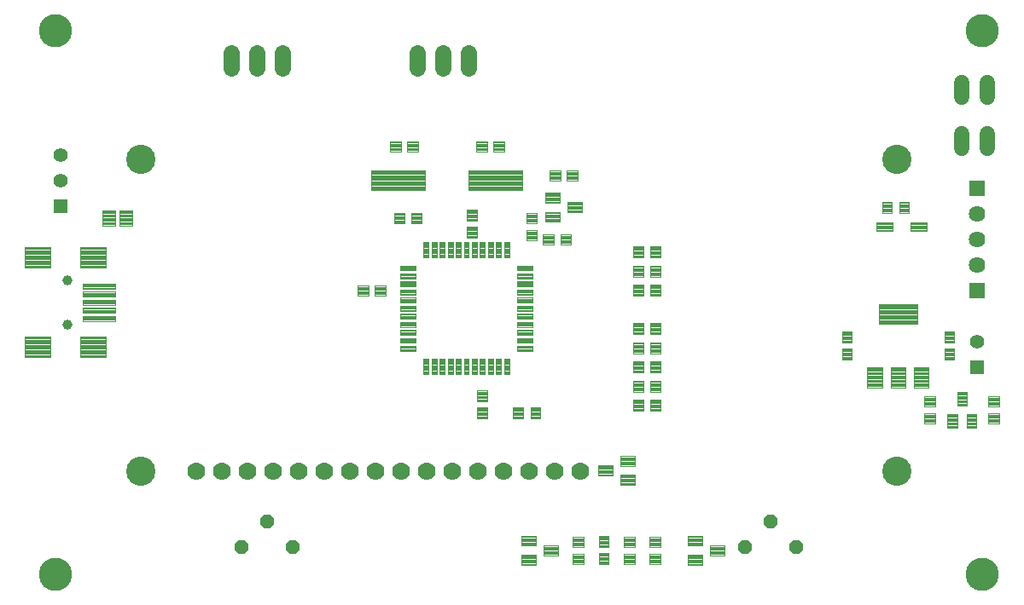
<source format=gts>
G75*
G70*
%OFA0B0*%
%FSLAX24Y24*%
%IPPOS*%
%LPD*%
%AMOC8*
5,1,8,0,0,1.08239X$1,22.5*
%
%ADD10C,0.0040*%
%ADD11C,0.0043*%
%ADD12R,0.0640X0.0640*%
%ADD13C,0.0640*%
%ADD14C,0.0041*%
%ADD15C,0.0394*%
%ADD16C,0.0044*%
%ADD17R,0.0555X0.0555*%
%ADD18C,0.0555*%
%ADD19OC8,0.0560*%
%ADD20C,0.0040*%
%ADD21C,0.1142*%
%ADD22C,0.0700*%
%ADD23C,0.0043*%
%ADD24C,0.0600*%
%ADD25C,0.1300*%
%ADD26C,0.0640*%
D10*
X022560Y013200D02*
X022560Y013790D01*
X022560Y013200D02*
X022364Y013200D01*
X022364Y013790D01*
X022560Y013790D01*
X022560Y013239D02*
X022364Y013239D01*
X022364Y013278D02*
X022560Y013278D01*
X022560Y013317D02*
X022364Y013317D01*
X022364Y013356D02*
X022560Y013356D01*
X022560Y013395D02*
X022364Y013395D01*
X022364Y013434D02*
X022560Y013434D01*
X022560Y013473D02*
X022364Y013473D01*
X022364Y013512D02*
X022560Y013512D01*
X022560Y013551D02*
X022364Y013551D01*
X022364Y013590D02*
X022560Y013590D01*
X022560Y013629D02*
X022364Y013629D01*
X022364Y013668D02*
X022560Y013668D01*
X022560Y013707D02*
X022364Y013707D01*
X022364Y013746D02*
X022560Y013746D01*
X022560Y013785D02*
X022364Y013785D01*
X022875Y013790D02*
X022875Y013200D01*
X022679Y013200D01*
X022679Y013790D01*
X022875Y013790D01*
X022875Y013239D02*
X022679Y013239D01*
X022679Y013278D02*
X022875Y013278D01*
X022875Y013317D02*
X022679Y013317D01*
X022679Y013356D02*
X022875Y013356D01*
X022875Y013395D02*
X022679Y013395D01*
X022679Y013434D02*
X022875Y013434D01*
X022875Y013473D02*
X022679Y013473D01*
X022679Y013512D02*
X022875Y013512D01*
X022875Y013551D02*
X022679Y013551D01*
X022679Y013590D02*
X022875Y013590D01*
X022875Y013629D02*
X022679Y013629D01*
X022679Y013668D02*
X022875Y013668D01*
X022875Y013707D02*
X022679Y013707D01*
X022679Y013746D02*
X022875Y013746D01*
X022875Y013785D02*
X022679Y013785D01*
X023190Y013790D02*
X023190Y013200D01*
X022994Y013200D01*
X022994Y013790D01*
X023190Y013790D01*
X023190Y013239D02*
X022994Y013239D01*
X022994Y013278D02*
X023190Y013278D01*
X023190Y013317D02*
X022994Y013317D01*
X022994Y013356D02*
X023190Y013356D01*
X023190Y013395D02*
X022994Y013395D01*
X022994Y013434D02*
X023190Y013434D01*
X023190Y013473D02*
X022994Y013473D01*
X022994Y013512D02*
X023190Y013512D01*
X023190Y013551D02*
X022994Y013551D01*
X022994Y013590D02*
X023190Y013590D01*
X023190Y013629D02*
X022994Y013629D01*
X022994Y013668D02*
X023190Y013668D01*
X023190Y013707D02*
X022994Y013707D01*
X022994Y013746D02*
X023190Y013746D01*
X023190Y013785D02*
X022994Y013785D01*
X023505Y013790D02*
X023505Y013200D01*
X023309Y013200D01*
X023309Y013790D01*
X023505Y013790D01*
X023505Y013239D02*
X023309Y013239D01*
X023309Y013278D02*
X023505Y013278D01*
X023505Y013317D02*
X023309Y013317D01*
X023309Y013356D02*
X023505Y013356D01*
X023505Y013395D02*
X023309Y013395D01*
X023309Y013434D02*
X023505Y013434D01*
X023505Y013473D02*
X023309Y013473D01*
X023309Y013512D02*
X023505Y013512D01*
X023505Y013551D02*
X023309Y013551D01*
X023309Y013590D02*
X023505Y013590D01*
X023505Y013629D02*
X023309Y013629D01*
X023309Y013668D02*
X023505Y013668D01*
X023505Y013707D02*
X023309Y013707D01*
X023309Y013746D02*
X023505Y013746D01*
X023505Y013785D02*
X023309Y013785D01*
X023820Y013790D02*
X023820Y013200D01*
X023624Y013200D01*
X023624Y013790D01*
X023820Y013790D01*
X023820Y013239D02*
X023624Y013239D01*
X023624Y013278D02*
X023820Y013278D01*
X023820Y013317D02*
X023624Y013317D01*
X023624Y013356D02*
X023820Y013356D01*
X023820Y013395D02*
X023624Y013395D01*
X023624Y013434D02*
X023820Y013434D01*
X023820Y013473D02*
X023624Y013473D01*
X023624Y013512D02*
X023820Y013512D01*
X023820Y013551D02*
X023624Y013551D01*
X023624Y013590D02*
X023820Y013590D01*
X023820Y013629D02*
X023624Y013629D01*
X023624Y013668D02*
X023820Y013668D01*
X023820Y013707D02*
X023624Y013707D01*
X023624Y013746D02*
X023820Y013746D01*
X023820Y013785D02*
X023624Y013785D01*
X024135Y013790D02*
X024135Y013200D01*
X023939Y013200D01*
X023939Y013790D01*
X024135Y013790D01*
X024135Y013239D02*
X023939Y013239D01*
X023939Y013278D02*
X024135Y013278D01*
X024135Y013317D02*
X023939Y013317D01*
X023939Y013356D02*
X024135Y013356D01*
X024135Y013395D02*
X023939Y013395D01*
X023939Y013434D02*
X024135Y013434D01*
X024135Y013473D02*
X023939Y013473D01*
X023939Y013512D02*
X024135Y013512D01*
X024135Y013551D02*
X023939Y013551D01*
X023939Y013590D02*
X024135Y013590D01*
X024135Y013629D02*
X023939Y013629D01*
X023939Y013668D02*
X024135Y013668D01*
X024135Y013707D02*
X023939Y013707D01*
X023939Y013746D02*
X024135Y013746D01*
X024135Y013785D02*
X023939Y013785D01*
X024450Y013790D02*
X024450Y013200D01*
X024254Y013200D01*
X024254Y013790D01*
X024450Y013790D01*
X024450Y013239D02*
X024254Y013239D01*
X024254Y013278D02*
X024450Y013278D01*
X024450Y013317D02*
X024254Y013317D01*
X024254Y013356D02*
X024450Y013356D01*
X024450Y013395D02*
X024254Y013395D01*
X024254Y013434D02*
X024450Y013434D01*
X024450Y013473D02*
X024254Y013473D01*
X024254Y013512D02*
X024450Y013512D01*
X024450Y013551D02*
X024254Y013551D01*
X024254Y013590D02*
X024450Y013590D01*
X024450Y013629D02*
X024254Y013629D01*
X024254Y013668D02*
X024450Y013668D01*
X024450Y013707D02*
X024254Y013707D01*
X024254Y013746D02*
X024450Y013746D01*
X024450Y013785D02*
X024254Y013785D01*
X024765Y013790D02*
X024765Y013200D01*
X024569Y013200D01*
X024569Y013790D01*
X024765Y013790D01*
X024765Y013239D02*
X024569Y013239D01*
X024569Y013278D02*
X024765Y013278D01*
X024765Y013317D02*
X024569Y013317D01*
X024569Y013356D02*
X024765Y013356D01*
X024765Y013395D02*
X024569Y013395D01*
X024569Y013434D02*
X024765Y013434D01*
X024765Y013473D02*
X024569Y013473D01*
X024569Y013512D02*
X024765Y013512D01*
X024765Y013551D02*
X024569Y013551D01*
X024569Y013590D02*
X024765Y013590D01*
X024765Y013629D02*
X024569Y013629D01*
X024569Y013668D02*
X024765Y013668D01*
X024765Y013707D02*
X024569Y013707D01*
X024569Y013746D02*
X024765Y013746D01*
X024765Y013785D02*
X024569Y013785D01*
X025080Y013790D02*
X025080Y013200D01*
X024884Y013200D01*
X024884Y013790D01*
X025080Y013790D01*
X025080Y013239D02*
X024884Y013239D01*
X024884Y013278D02*
X025080Y013278D01*
X025080Y013317D02*
X024884Y013317D01*
X024884Y013356D02*
X025080Y013356D01*
X025080Y013395D02*
X024884Y013395D01*
X024884Y013434D02*
X025080Y013434D01*
X025080Y013473D02*
X024884Y013473D01*
X024884Y013512D02*
X025080Y013512D01*
X025080Y013551D02*
X024884Y013551D01*
X024884Y013590D02*
X025080Y013590D01*
X025080Y013629D02*
X024884Y013629D01*
X024884Y013668D02*
X025080Y013668D01*
X025080Y013707D02*
X024884Y013707D01*
X024884Y013746D02*
X025080Y013746D01*
X025080Y013785D02*
X024884Y013785D01*
X025395Y013790D02*
X025395Y013200D01*
X025199Y013200D01*
X025199Y013790D01*
X025395Y013790D01*
X025395Y013239D02*
X025199Y013239D01*
X025199Y013278D02*
X025395Y013278D01*
X025395Y013317D02*
X025199Y013317D01*
X025199Y013356D02*
X025395Y013356D01*
X025395Y013395D02*
X025199Y013395D01*
X025199Y013434D02*
X025395Y013434D01*
X025395Y013473D02*
X025199Y013473D01*
X025199Y013512D02*
X025395Y013512D01*
X025395Y013551D02*
X025199Y013551D01*
X025199Y013590D02*
X025395Y013590D01*
X025395Y013629D02*
X025199Y013629D01*
X025199Y013668D02*
X025395Y013668D01*
X025395Y013707D02*
X025199Y013707D01*
X025199Y013746D02*
X025395Y013746D01*
X025395Y013785D02*
X025199Y013785D01*
X025710Y013790D02*
X025710Y013200D01*
X025514Y013200D01*
X025514Y013790D01*
X025710Y013790D01*
X025710Y013239D02*
X025514Y013239D01*
X025514Y013278D02*
X025710Y013278D01*
X025710Y013317D02*
X025514Y013317D01*
X025514Y013356D02*
X025710Y013356D01*
X025710Y013395D02*
X025514Y013395D01*
X025514Y013434D02*
X025710Y013434D01*
X025710Y013473D02*
X025514Y013473D01*
X025514Y013512D02*
X025710Y013512D01*
X025710Y013551D02*
X025514Y013551D01*
X025514Y013590D02*
X025710Y013590D01*
X025710Y013629D02*
X025514Y013629D01*
X025514Y013668D02*
X025710Y013668D01*
X025710Y013707D02*
X025514Y013707D01*
X025514Y013746D02*
X025710Y013746D01*
X025710Y013785D02*
X025514Y013785D01*
X026615Y014106D02*
X026615Y014302D01*
X026615Y014106D02*
X026025Y014106D01*
X026025Y014302D01*
X026615Y014302D01*
X026615Y014145D02*
X026025Y014145D01*
X026025Y014184D02*
X026615Y014184D01*
X026615Y014223D02*
X026025Y014223D01*
X026025Y014262D02*
X026615Y014262D01*
X026615Y014301D02*
X026025Y014301D01*
X026615Y014421D02*
X026615Y014617D01*
X026615Y014421D02*
X026025Y014421D01*
X026025Y014617D01*
X026615Y014617D01*
X026615Y014460D02*
X026025Y014460D01*
X026025Y014499D02*
X026615Y014499D01*
X026615Y014538D02*
X026025Y014538D01*
X026025Y014577D02*
X026615Y014577D01*
X026615Y014616D02*
X026025Y014616D01*
X026615Y014736D02*
X026615Y014932D01*
X026615Y014736D02*
X026025Y014736D01*
X026025Y014932D01*
X026615Y014932D01*
X026615Y014775D02*
X026025Y014775D01*
X026025Y014814D02*
X026615Y014814D01*
X026615Y014853D02*
X026025Y014853D01*
X026025Y014892D02*
X026615Y014892D01*
X026615Y014931D02*
X026025Y014931D01*
X026615Y015051D02*
X026615Y015247D01*
X026615Y015051D02*
X026025Y015051D01*
X026025Y015247D01*
X026615Y015247D01*
X026615Y015090D02*
X026025Y015090D01*
X026025Y015129D02*
X026615Y015129D01*
X026615Y015168D02*
X026025Y015168D01*
X026025Y015207D02*
X026615Y015207D01*
X026615Y015246D02*
X026025Y015246D01*
X026615Y015366D02*
X026615Y015562D01*
X026615Y015366D02*
X026025Y015366D01*
X026025Y015562D01*
X026615Y015562D01*
X026615Y015405D02*
X026025Y015405D01*
X026025Y015444D02*
X026615Y015444D01*
X026615Y015483D02*
X026025Y015483D01*
X026025Y015522D02*
X026615Y015522D01*
X026615Y015561D02*
X026025Y015561D01*
X026615Y015680D02*
X026615Y015876D01*
X026615Y015680D02*
X026025Y015680D01*
X026025Y015876D01*
X026615Y015876D01*
X026615Y015719D02*
X026025Y015719D01*
X026025Y015758D02*
X026615Y015758D01*
X026615Y015797D02*
X026025Y015797D01*
X026025Y015836D02*
X026615Y015836D01*
X026615Y015875D02*
X026025Y015875D01*
X026615Y015995D02*
X026615Y016191D01*
X026615Y015995D02*
X026025Y015995D01*
X026025Y016191D01*
X026615Y016191D01*
X026615Y016034D02*
X026025Y016034D01*
X026025Y016073D02*
X026615Y016073D01*
X026615Y016112D02*
X026025Y016112D01*
X026025Y016151D02*
X026615Y016151D01*
X026615Y016190D02*
X026025Y016190D01*
X026615Y016310D02*
X026615Y016506D01*
X026615Y016310D02*
X026025Y016310D01*
X026025Y016506D01*
X026615Y016506D01*
X026615Y016349D02*
X026025Y016349D01*
X026025Y016388D02*
X026615Y016388D01*
X026615Y016427D02*
X026025Y016427D01*
X026025Y016466D02*
X026615Y016466D01*
X026615Y016505D02*
X026025Y016505D01*
X026615Y016625D02*
X026615Y016821D01*
X026615Y016625D02*
X026025Y016625D01*
X026025Y016821D01*
X026615Y016821D01*
X026615Y016664D02*
X026025Y016664D01*
X026025Y016703D02*
X026615Y016703D01*
X026615Y016742D02*
X026025Y016742D01*
X026025Y016781D02*
X026615Y016781D01*
X026615Y016820D02*
X026025Y016820D01*
X026615Y016940D02*
X026615Y017136D01*
X026615Y016940D02*
X026025Y016940D01*
X026025Y017136D01*
X026615Y017136D01*
X026615Y016979D02*
X026025Y016979D01*
X026025Y017018D02*
X026615Y017018D01*
X026615Y017057D02*
X026025Y017057D01*
X026025Y017096D02*
X026615Y017096D01*
X026615Y017135D02*
X026025Y017135D01*
X026615Y017255D02*
X026615Y017451D01*
X026615Y017255D02*
X026025Y017255D01*
X026025Y017451D01*
X026615Y017451D01*
X026615Y017294D02*
X026025Y017294D01*
X026025Y017333D02*
X026615Y017333D01*
X026615Y017372D02*
X026025Y017372D01*
X026025Y017411D02*
X026615Y017411D01*
X026615Y017450D02*
X026025Y017450D01*
X025710Y017767D02*
X025710Y018357D01*
X025710Y017767D02*
X025514Y017767D01*
X025514Y018357D01*
X025710Y018357D01*
X025710Y017806D02*
X025514Y017806D01*
X025514Y017845D02*
X025710Y017845D01*
X025710Y017884D02*
X025514Y017884D01*
X025514Y017923D02*
X025710Y017923D01*
X025710Y017962D02*
X025514Y017962D01*
X025514Y018001D02*
X025710Y018001D01*
X025710Y018040D02*
X025514Y018040D01*
X025514Y018079D02*
X025710Y018079D01*
X025710Y018118D02*
X025514Y018118D01*
X025514Y018157D02*
X025710Y018157D01*
X025710Y018196D02*
X025514Y018196D01*
X025514Y018235D02*
X025710Y018235D01*
X025710Y018274D02*
X025514Y018274D01*
X025514Y018313D02*
X025710Y018313D01*
X025710Y018352D02*
X025514Y018352D01*
X025395Y018357D02*
X025395Y017767D01*
X025199Y017767D01*
X025199Y018357D01*
X025395Y018357D01*
X025395Y017806D02*
X025199Y017806D01*
X025199Y017845D02*
X025395Y017845D01*
X025395Y017884D02*
X025199Y017884D01*
X025199Y017923D02*
X025395Y017923D01*
X025395Y017962D02*
X025199Y017962D01*
X025199Y018001D02*
X025395Y018001D01*
X025395Y018040D02*
X025199Y018040D01*
X025199Y018079D02*
X025395Y018079D01*
X025395Y018118D02*
X025199Y018118D01*
X025199Y018157D02*
X025395Y018157D01*
X025395Y018196D02*
X025199Y018196D01*
X025199Y018235D02*
X025395Y018235D01*
X025395Y018274D02*
X025199Y018274D01*
X025199Y018313D02*
X025395Y018313D01*
X025395Y018352D02*
X025199Y018352D01*
X025080Y018357D02*
X025080Y017767D01*
X024884Y017767D01*
X024884Y018357D01*
X025080Y018357D01*
X025080Y017806D02*
X024884Y017806D01*
X024884Y017845D02*
X025080Y017845D01*
X025080Y017884D02*
X024884Y017884D01*
X024884Y017923D02*
X025080Y017923D01*
X025080Y017962D02*
X024884Y017962D01*
X024884Y018001D02*
X025080Y018001D01*
X025080Y018040D02*
X024884Y018040D01*
X024884Y018079D02*
X025080Y018079D01*
X025080Y018118D02*
X024884Y018118D01*
X024884Y018157D02*
X025080Y018157D01*
X025080Y018196D02*
X024884Y018196D01*
X024884Y018235D02*
X025080Y018235D01*
X025080Y018274D02*
X024884Y018274D01*
X024884Y018313D02*
X025080Y018313D01*
X025080Y018352D02*
X024884Y018352D01*
X024765Y018357D02*
X024765Y017767D01*
X024569Y017767D01*
X024569Y018357D01*
X024765Y018357D01*
X024765Y017806D02*
X024569Y017806D01*
X024569Y017845D02*
X024765Y017845D01*
X024765Y017884D02*
X024569Y017884D01*
X024569Y017923D02*
X024765Y017923D01*
X024765Y017962D02*
X024569Y017962D01*
X024569Y018001D02*
X024765Y018001D01*
X024765Y018040D02*
X024569Y018040D01*
X024569Y018079D02*
X024765Y018079D01*
X024765Y018118D02*
X024569Y018118D01*
X024569Y018157D02*
X024765Y018157D01*
X024765Y018196D02*
X024569Y018196D01*
X024569Y018235D02*
X024765Y018235D01*
X024765Y018274D02*
X024569Y018274D01*
X024569Y018313D02*
X024765Y018313D01*
X024765Y018352D02*
X024569Y018352D01*
X024450Y018357D02*
X024450Y017767D01*
X024254Y017767D01*
X024254Y018357D01*
X024450Y018357D01*
X024450Y017806D02*
X024254Y017806D01*
X024254Y017845D02*
X024450Y017845D01*
X024450Y017884D02*
X024254Y017884D01*
X024254Y017923D02*
X024450Y017923D01*
X024450Y017962D02*
X024254Y017962D01*
X024254Y018001D02*
X024450Y018001D01*
X024450Y018040D02*
X024254Y018040D01*
X024254Y018079D02*
X024450Y018079D01*
X024450Y018118D02*
X024254Y018118D01*
X024254Y018157D02*
X024450Y018157D01*
X024450Y018196D02*
X024254Y018196D01*
X024254Y018235D02*
X024450Y018235D01*
X024450Y018274D02*
X024254Y018274D01*
X024254Y018313D02*
X024450Y018313D01*
X024450Y018352D02*
X024254Y018352D01*
X024135Y018357D02*
X024135Y017767D01*
X023939Y017767D01*
X023939Y018357D01*
X024135Y018357D01*
X024135Y017806D02*
X023939Y017806D01*
X023939Y017845D02*
X024135Y017845D01*
X024135Y017884D02*
X023939Y017884D01*
X023939Y017923D02*
X024135Y017923D01*
X024135Y017962D02*
X023939Y017962D01*
X023939Y018001D02*
X024135Y018001D01*
X024135Y018040D02*
X023939Y018040D01*
X023939Y018079D02*
X024135Y018079D01*
X024135Y018118D02*
X023939Y018118D01*
X023939Y018157D02*
X024135Y018157D01*
X024135Y018196D02*
X023939Y018196D01*
X023939Y018235D02*
X024135Y018235D01*
X024135Y018274D02*
X023939Y018274D01*
X023939Y018313D02*
X024135Y018313D01*
X024135Y018352D02*
X023939Y018352D01*
X023820Y018357D02*
X023820Y017767D01*
X023624Y017767D01*
X023624Y018357D01*
X023820Y018357D01*
X023820Y017806D02*
X023624Y017806D01*
X023624Y017845D02*
X023820Y017845D01*
X023820Y017884D02*
X023624Y017884D01*
X023624Y017923D02*
X023820Y017923D01*
X023820Y017962D02*
X023624Y017962D01*
X023624Y018001D02*
X023820Y018001D01*
X023820Y018040D02*
X023624Y018040D01*
X023624Y018079D02*
X023820Y018079D01*
X023820Y018118D02*
X023624Y018118D01*
X023624Y018157D02*
X023820Y018157D01*
X023820Y018196D02*
X023624Y018196D01*
X023624Y018235D02*
X023820Y018235D01*
X023820Y018274D02*
X023624Y018274D01*
X023624Y018313D02*
X023820Y018313D01*
X023820Y018352D02*
X023624Y018352D01*
X023505Y018357D02*
X023505Y017767D01*
X023309Y017767D01*
X023309Y018357D01*
X023505Y018357D01*
X023505Y017806D02*
X023309Y017806D01*
X023309Y017845D02*
X023505Y017845D01*
X023505Y017884D02*
X023309Y017884D01*
X023309Y017923D02*
X023505Y017923D01*
X023505Y017962D02*
X023309Y017962D01*
X023309Y018001D02*
X023505Y018001D01*
X023505Y018040D02*
X023309Y018040D01*
X023309Y018079D02*
X023505Y018079D01*
X023505Y018118D02*
X023309Y018118D01*
X023309Y018157D02*
X023505Y018157D01*
X023505Y018196D02*
X023309Y018196D01*
X023309Y018235D02*
X023505Y018235D01*
X023505Y018274D02*
X023309Y018274D01*
X023309Y018313D02*
X023505Y018313D01*
X023505Y018352D02*
X023309Y018352D01*
X023190Y018357D02*
X023190Y017767D01*
X022994Y017767D01*
X022994Y018357D01*
X023190Y018357D01*
X023190Y017806D02*
X022994Y017806D01*
X022994Y017845D02*
X023190Y017845D01*
X023190Y017884D02*
X022994Y017884D01*
X022994Y017923D02*
X023190Y017923D01*
X023190Y017962D02*
X022994Y017962D01*
X022994Y018001D02*
X023190Y018001D01*
X023190Y018040D02*
X022994Y018040D01*
X022994Y018079D02*
X023190Y018079D01*
X023190Y018118D02*
X022994Y018118D01*
X022994Y018157D02*
X023190Y018157D01*
X023190Y018196D02*
X022994Y018196D01*
X022994Y018235D02*
X023190Y018235D01*
X023190Y018274D02*
X022994Y018274D01*
X022994Y018313D02*
X023190Y018313D01*
X023190Y018352D02*
X022994Y018352D01*
X022875Y018357D02*
X022875Y017767D01*
X022679Y017767D01*
X022679Y018357D01*
X022875Y018357D01*
X022875Y017806D02*
X022679Y017806D01*
X022679Y017845D02*
X022875Y017845D01*
X022875Y017884D02*
X022679Y017884D01*
X022679Y017923D02*
X022875Y017923D01*
X022875Y017962D02*
X022679Y017962D01*
X022679Y018001D02*
X022875Y018001D01*
X022875Y018040D02*
X022679Y018040D01*
X022679Y018079D02*
X022875Y018079D01*
X022875Y018118D02*
X022679Y018118D01*
X022679Y018157D02*
X022875Y018157D01*
X022875Y018196D02*
X022679Y018196D01*
X022679Y018235D02*
X022875Y018235D01*
X022875Y018274D02*
X022679Y018274D01*
X022679Y018313D02*
X022875Y018313D01*
X022875Y018352D02*
X022679Y018352D01*
X022560Y018357D02*
X022560Y017767D01*
X022364Y017767D01*
X022364Y018357D01*
X022560Y018357D01*
X022560Y017806D02*
X022364Y017806D01*
X022364Y017845D02*
X022560Y017845D01*
X022560Y017884D02*
X022364Y017884D01*
X022364Y017923D02*
X022560Y017923D01*
X022560Y017962D02*
X022364Y017962D01*
X022364Y018001D02*
X022560Y018001D01*
X022560Y018040D02*
X022364Y018040D01*
X022364Y018079D02*
X022560Y018079D01*
X022560Y018118D02*
X022364Y018118D01*
X022364Y018157D02*
X022560Y018157D01*
X022560Y018196D02*
X022364Y018196D01*
X022364Y018235D02*
X022560Y018235D01*
X022560Y018274D02*
X022364Y018274D01*
X022364Y018313D02*
X022560Y018313D01*
X022560Y018352D02*
X022364Y018352D01*
X022048Y017451D02*
X022048Y017255D01*
X021458Y017255D01*
X021458Y017451D01*
X022048Y017451D01*
X022048Y017294D02*
X021458Y017294D01*
X021458Y017333D02*
X022048Y017333D01*
X022048Y017372D02*
X021458Y017372D01*
X021458Y017411D02*
X022048Y017411D01*
X022048Y017450D02*
X021458Y017450D01*
X022048Y017136D02*
X022048Y016940D01*
X021458Y016940D01*
X021458Y017136D01*
X022048Y017136D01*
X022048Y016979D02*
X021458Y016979D01*
X021458Y017018D02*
X022048Y017018D01*
X022048Y017057D02*
X021458Y017057D01*
X021458Y017096D02*
X022048Y017096D01*
X022048Y017135D02*
X021458Y017135D01*
X022048Y016821D02*
X022048Y016625D01*
X021458Y016625D01*
X021458Y016821D01*
X022048Y016821D01*
X022048Y016664D02*
X021458Y016664D01*
X021458Y016703D02*
X022048Y016703D01*
X022048Y016742D02*
X021458Y016742D01*
X021458Y016781D02*
X022048Y016781D01*
X022048Y016820D02*
X021458Y016820D01*
X022048Y016506D02*
X022048Y016310D01*
X021458Y016310D01*
X021458Y016506D01*
X022048Y016506D01*
X022048Y016349D02*
X021458Y016349D01*
X021458Y016388D02*
X022048Y016388D01*
X022048Y016427D02*
X021458Y016427D01*
X021458Y016466D02*
X022048Y016466D01*
X022048Y016505D02*
X021458Y016505D01*
X022048Y016191D02*
X022048Y015995D01*
X021458Y015995D01*
X021458Y016191D01*
X022048Y016191D01*
X022048Y016034D02*
X021458Y016034D01*
X021458Y016073D02*
X022048Y016073D01*
X022048Y016112D02*
X021458Y016112D01*
X021458Y016151D02*
X022048Y016151D01*
X022048Y016190D02*
X021458Y016190D01*
X022048Y015876D02*
X022048Y015680D01*
X021458Y015680D01*
X021458Y015876D01*
X022048Y015876D01*
X022048Y015719D02*
X021458Y015719D01*
X021458Y015758D02*
X022048Y015758D01*
X022048Y015797D02*
X021458Y015797D01*
X021458Y015836D02*
X022048Y015836D01*
X022048Y015875D02*
X021458Y015875D01*
X022048Y015562D02*
X022048Y015366D01*
X021458Y015366D01*
X021458Y015562D01*
X022048Y015562D01*
X022048Y015405D02*
X021458Y015405D01*
X021458Y015444D02*
X022048Y015444D01*
X022048Y015483D02*
X021458Y015483D01*
X021458Y015522D02*
X022048Y015522D01*
X022048Y015561D02*
X021458Y015561D01*
X022048Y015247D02*
X022048Y015051D01*
X021458Y015051D01*
X021458Y015247D01*
X022048Y015247D01*
X022048Y015090D02*
X021458Y015090D01*
X021458Y015129D02*
X022048Y015129D01*
X022048Y015168D02*
X021458Y015168D01*
X021458Y015207D02*
X022048Y015207D01*
X022048Y015246D02*
X021458Y015246D01*
X022048Y014932D02*
X022048Y014736D01*
X021458Y014736D01*
X021458Y014932D01*
X022048Y014932D01*
X022048Y014775D02*
X021458Y014775D01*
X021458Y014814D02*
X022048Y014814D01*
X022048Y014853D02*
X021458Y014853D01*
X021458Y014892D02*
X022048Y014892D01*
X022048Y014931D02*
X021458Y014931D01*
X022048Y014617D02*
X022048Y014421D01*
X021458Y014421D01*
X021458Y014617D01*
X022048Y014617D01*
X022048Y014460D02*
X021458Y014460D01*
X021458Y014499D02*
X022048Y014499D01*
X022048Y014538D02*
X021458Y014538D01*
X021458Y014577D02*
X022048Y014577D01*
X022048Y014616D02*
X021458Y014616D01*
X022048Y014302D02*
X022048Y014106D01*
X021458Y014106D01*
X021458Y014302D01*
X022048Y014302D01*
X022048Y014145D02*
X021458Y014145D01*
X021458Y014184D02*
X022048Y014184D01*
X022048Y014223D02*
X021458Y014223D01*
X021458Y014262D02*
X022048Y014262D01*
X022048Y014301D02*
X021458Y014301D01*
X009038Y015287D02*
X009038Y015483D01*
X010336Y015483D01*
X010336Y015287D01*
X009038Y015287D01*
X009038Y015326D02*
X010336Y015326D01*
X010336Y015365D02*
X009038Y015365D01*
X009038Y015404D02*
X010336Y015404D01*
X010336Y015443D02*
X009038Y015443D01*
X009038Y015482D02*
X010336Y015482D01*
X009038Y015602D02*
X009038Y015798D01*
X010336Y015798D01*
X010336Y015602D01*
X009038Y015602D01*
X009038Y015641D02*
X010336Y015641D01*
X010336Y015680D02*
X009038Y015680D01*
X009038Y015719D02*
X010336Y015719D01*
X010336Y015758D02*
X009038Y015758D01*
X009038Y015797D02*
X010336Y015797D01*
X009038Y015916D02*
X009038Y016112D01*
X010336Y016112D01*
X010336Y015916D01*
X009038Y015916D01*
X009038Y015955D02*
X010336Y015955D01*
X010336Y015994D02*
X009038Y015994D01*
X009038Y016033D02*
X010336Y016033D01*
X010336Y016072D02*
X009038Y016072D01*
X009038Y016111D02*
X010336Y016111D01*
X009038Y016231D02*
X009038Y016427D01*
X010336Y016427D01*
X010336Y016231D01*
X009038Y016231D01*
X009038Y016270D02*
X010336Y016270D01*
X010336Y016309D02*
X009038Y016309D01*
X009038Y016348D02*
X010336Y016348D01*
X010336Y016387D02*
X009038Y016387D01*
X009038Y016426D02*
X010336Y016426D01*
X009038Y016546D02*
X009038Y016742D01*
X010336Y016742D01*
X010336Y016546D01*
X009038Y016546D01*
X009038Y016585D02*
X010336Y016585D01*
X010336Y016624D02*
X009038Y016624D01*
X009038Y016663D02*
X010336Y016663D01*
X010336Y016702D02*
X009038Y016702D01*
X009038Y016741D02*
X010336Y016741D01*
D11*
X019787Y016674D02*
X020217Y016674D01*
X020217Y016282D01*
X019787Y016282D01*
X019787Y016674D01*
X019787Y016324D02*
X020217Y016324D01*
X020217Y016366D02*
X019787Y016366D01*
X019787Y016408D02*
X020217Y016408D01*
X020217Y016450D02*
X019787Y016450D01*
X019787Y016492D02*
X020217Y016492D01*
X020217Y016534D02*
X019787Y016534D01*
X019787Y016576D02*
X020217Y016576D01*
X020217Y016618D02*
X019787Y016618D01*
X019787Y016660D02*
X020217Y016660D01*
X020457Y016674D02*
X020887Y016674D01*
X020887Y016282D01*
X020457Y016282D01*
X020457Y016674D01*
X020457Y016324D02*
X020887Y016324D01*
X020887Y016366D02*
X020457Y016366D01*
X020457Y016408D02*
X020887Y016408D01*
X020887Y016450D02*
X020457Y016450D01*
X020457Y016492D02*
X020887Y016492D01*
X020887Y016534D02*
X020457Y016534D01*
X020457Y016576D02*
X020887Y016576D01*
X020887Y016618D02*
X020457Y016618D01*
X020457Y016660D02*
X020887Y016660D01*
X024053Y018529D02*
X024053Y018959D01*
X024445Y018959D01*
X024445Y018529D01*
X024053Y018529D01*
X024053Y018571D02*
X024445Y018571D01*
X024445Y018613D02*
X024053Y018613D01*
X024053Y018655D02*
X024445Y018655D01*
X024445Y018697D02*
X024053Y018697D01*
X024053Y018739D02*
X024445Y018739D01*
X024445Y018781D02*
X024053Y018781D01*
X024053Y018823D02*
X024445Y018823D01*
X024445Y018865D02*
X024053Y018865D01*
X024053Y018907D02*
X024445Y018907D01*
X024445Y018949D02*
X024053Y018949D01*
X024053Y019198D02*
X024053Y019628D01*
X024445Y019628D01*
X024445Y019198D01*
X024053Y019198D01*
X024053Y019240D02*
X024445Y019240D01*
X024445Y019282D02*
X024053Y019282D01*
X024053Y019324D02*
X024445Y019324D01*
X024445Y019366D02*
X024053Y019366D01*
X024053Y019408D02*
X024445Y019408D01*
X024445Y019450D02*
X024053Y019450D01*
X024053Y019492D02*
X024445Y019492D01*
X024445Y019534D02*
X024053Y019534D01*
X024053Y019576D02*
X024445Y019576D01*
X024445Y019618D02*
X024053Y019618D01*
X022292Y019518D02*
X021900Y019518D01*
X022292Y019518D02*
X022292Y019088D01*
X021900Y019088D01*
X021900Y019518D01*
X021900Y019130D02*
X022292Y019130D01*
X022292Y019172D02*
X021900Y019172D01*
X021900Y019214D02*
X022292Y019214D01*
X022292Y019256D02*
X021900Y019256D01*
X021900Y019298D02*
X022292Y019298D01*
X022292Y019340D02*
X021900Y019340D01*
X021900Y019382D02*
X022292Y019382D01*
X022292Y019424D02*
X021900Y019424D01*
X021900Y019466D02*
X022292Y019466D01*
X022292Y019508D02*
X021900Y019508D01*
X021623Y019518D02*
X021231Y019518D01*
X021623Y019518D02*
X021623Y019088D01*
X021231Y019088D01*
X021231Y019518D01*
X021231Y019130D02*
X021623Y019130D01*
X021623Y019172D02*
X021231Y019172D01*
X021231Y019214D02*
X021623Y019214D01*
X021623Y019256D02*
X021231Y019256D01*
X021231Y019298D02*
X021623Y019298D01*
X021623Y019340D02*
X021231Y019340D01*
X021231Y019382D02*
X021623Y019382D01*
X021623Y019424D02*
X021231Y019424D01*
X021231Y019466D02*
X021623Y019466D01*
X021623Y019508D02*
X021231Y019508D01*
X021062Y022312D02*
X021492Y022312D01*
X021492Y021920D01*
X021062Y021920D01*
X021062Y022312D01*
X021062Y021962D02*
X021492Y021962D01*
X021492Y022004D02*
X021062Y022004D01*
X021062Y022046D02*
X021492Y022046D01*
X021492Y022088D02*
X021062Y022088D01*
X021062Y022130D02*
X021492Y022130D01*
X021492Y022172D02*
X021062Y022172D01*
X021062Y022214D02*
X021492Y022214D01*
X021492Y022256D02*
X021062Y022256D01*
X021062Y022298D02*
X021492Y022298D01*
X021732Y022312D02*
X022162Y022312D01*
X022162Y021920D01*
X021732Y021920D01*
X021732Y022312D01*
X021732Y021962D02*
X022162Y021962D01*
X022162Y022004D02*
X021732Y022004D01*
X021732Y022046D02*
X022162Y022046D01*
X022162Y022088D02*
X021732Y022088D01*
X021732Y022130D02*
X022162Y022130D01*
X022162Y022172D02*
X021732Y022172D01*
X021732Y022214D02*
X022162Y022214D01*
X022162Y022256D02*
X021732Y022256D01*
X021732Y022298D02*
X022162Y022298D01*
X024425Y021920D02*
X024855Y021920D01*
X024425Y021920D02*
X024425Y022312D01*
X024855Y022312D01*
X024855Y021920D01*
X024855Y021962D02*
X024425Y021962D01*
X024425Y022004D02*
X024855Y022004D01*
X024855Y022046D02*
X024425Y022046D01*
X024425Y022088D02*
X024855Y022088D01*
X024855Y022130D02*
X024425Y022130D01*
X024425Y022172D02*
X024855Y022172D01*
X024855Y022214D02*
X024425Y022214D01*
X024425Y022256D02*
X024855Y022256D01*
X024855Y022298D02*
X024425Y022298D01*
X025094Y021920D02*
X025524Y021920D01*
X025094Y021920D02*
X025094Y022312D01*
X025524Y022312D01*
X025524Y021920D01*
X025524Y021962D02*
X025094Y021962D01*
X025094Y022004D02*
X025524Y022004D01*
X025524Y022046D02*
X025094Y022046D01*
X025094Y022088D02*
X025524Y022088D01*
X025524Y022130D02*
X025094Y022130D01*
X025094Y022172D02*
X025524Y022172D01*
X025524Y022214D02*
X025094Y022214D01*
X025094Y022256D02*
X025524Y022256D01*
X025524Y022298D02*
X025094Y022298D01*
X027287Y021174D02*
X027717Y021174D01*
X027717Y020782D01*
X027287Y020782D01*
X027287Y021174D01*
X027287Y020824D02*
X027717Y020824D01*
X027717Y020866D02*
X027287Y020866D01*
X027287Y020908D02*
X027717Y020908D01*
X027717Y020950D02*
X027287Y020950D01*
X027287Y020992D02*
X027717Y020992D01*
X027717Y021034D02*
X027287Y021034D01*
X027287Y021076D02*
X027717Y021076D01*
X027717Y021118D02*
X027287Y021118D01*
X027287Y021160D02*
X027717Y021160D01*
X027957Y021174D02*
X028387Y021174D01*
X028387Y020782D01*
X027957Y020782D01*
X027957Y021174D01*
X027957Y020824D02*
X028387Y020824D01*
X028387Y020866D02*
X027957Y020866D01*
X027957Y020908D02*
X028387Y020908D01*
X028387Y020950D02*
X027957Y020950D01*
X027957Y020992D02*
X028387Y020992D01*
X028387Y021034D02*
X027957Y021034D01*
X027957Y021076D02*
X028387Y021076D01*
X028387Y021118D02*
X027957Y021118D01*
X027957Y021160D02*
X028387Y021160D01*
X027130Y020298D02*
X027130Y019906D01*
X027130Y020298D02*
X027678Y020298D01*
X027678Y019906D01*
X027130Y019906D01*
X027130Y019948D02*
X027678Y019948D01*
X027678Y019990D02*
X027130Y019990D01*
X027130Y020032D02*
X027678Y020032D01*
X027678Y020074D02*
X027130Y020074D01*
X027130Y020116D02*
X027678Y020116D01*
X027678Y020158D02*
X027130Y020158D01*
X027130Y020200D02*
X027678Y020200D01*
X027678Y020242D02*
X027130Y020242D01*
X027130Y020284D02*
X027678Y020284D01*
X027996Y019924D02*
X027996Y019532D01*
X027996Y019924D02*
X028544Y019924D01*
X028544Y019532D01*
X027996Y019532D01*
X027996Y019574D02*
X028544Y019574D01*
X028544Y019616D02*
X027996Y019616D01*
X027996Y019658D02*
X028544Y019658D01*
X028544Y019700D02*
X027996Y019700D01*
X027996Y019742D02*
X028544Y019742D01*
X028544Y019784D02*
X027996Y019784D01*
X027996Y019826D02*
X028544Y019826D01*
X028544Y019868D02*
X027996Y019868D01*
X027996Y019910D02*
X028544Y019910D01*
X027130Y019550D02*
X027130Y019158D01*
X027130Y019550D02*
X027678Y019550D01*
X027678Y019158D01*
X027130Y019158D01*
X027130Y019200D02*
X027678Y019200D01*
X027678Y019242D02*
X027130Y019242D01*
X027130Y019284D02*
X027678Y019284D01*
X027678Y019326D02*
X027130Y019326D01*
X027130Y019368D02*
X027678Y019368D01*
X027678Y019410D02*
X027130Y019410D01*
X027130Y019452D02*
X027678Y019452D01*
X027678Y019494D02*
X027130Y019494D01*
X027130Y019536D02*
X027678Y019536D01*
X026802Y019509D02*
X026802Y019117D01*
X026372Y019117D01*
X026372Y019509D01*
X026802Y019509D01*
X026802Y019159D02*
X026372Y019159D01*
X026372Y019201D02*
X026802Y019201D01*
X026802Y019243D02*
X026372Y019243D01*
X026372Y019285D02*
X026802Y019285D01*
X026802Y019327D02*
X026372Y019327D01*
X026372Y019369D02*
X026802Y019369D01*
X026802Y019411D02*
X026372Y019411D01*
X026372Y019453D02*
X026802Y019453D01*
X026802Y019495D02*
X026372Y019495D01*
X026802Y018840D02*
X026802Y018448D01*
X026372Y018448D01*
X026372Y018840D01*
X026802Y018840D01*
X026802Y018490D02*
X026372Y018490D01*
X026372Y018532D02*
X026802Y018532D01*
X026802Y018574D02*
X026372Y018574D01*
X026372Y018616D02*
X026802Y018616D01*
X026802Y018658D02*
X026372Y018658D01*
X026372Y018700D02*
X026802Y018700D01*
X026802Y018742D02*
X026372Y018742D01*
X026372Y018784D02*
X026802Y018784D01*
X026802Y018826D02*
X026372Y018826D01*
X027037Y018674D02*
X027467Y018674D01*
X027467Y018282D01*
X027037Y018282D01*
X027037Y018674D01*
X027037Y018324D02*
X027467Y018324D01*
X027467Y018366D02*
X027037Y018366D01*
X027037Y018408D02*
X027467Y018408D01*
X027467Y018450D02*
X027037Y018450D01*
X027037Y018492D02*
X027467Y018492D01*
X027467Y018534D02*
X027037Y018534D01*
X027037Y018576D02*
X027467Y018576D01*
X027467Y018618D02*
X027037Y018618D01*
X027037Y018660D02*
X027467Y018660D01*
X027707Y018674D02*
X028137Y018674D01*
X028137Y018282D01*
X027707Y018282D01*
X027707Y018674D01*
X027707Y018324D02*
X028137Y018324D01*
X028137Y018366D02*
X027707Y018366D01*
X027707Y018408D02*
X028137Y018408D01*
X028137Y018450D02*
X027707Y018450D01*
X027707Y018492D02*
X028137Y018492D01*
X028137Y018534D02*
X027707Y018534D01*
X027707Y018576D02*
X028137Y018576D01*
X028137Y018618D02*
X027707Y018618D01*
X027707Y018660D02*
X028137Y018660D01*
X030556Y017763D02*
X030948Y017763D01*
X030556Y017763D02*
X030556Y018193D01*
X030948Y018193D01*
X030948Y017763D01*
X030948Y017805D02*
X030556Y017805D01*
X030556Y017847D02*
X030948Y017847D01*
X030948Y017889D02*
X030556Y017889D01*
X030556Y017931D02*
X030948Y017931D01*
X030948Y017973D02*
X030556Y017973D01*
X030556Y018015D02*
X030948Y018015D01*
X030948Y018057D02*
X030556Y018057D01*
X030556Y018099D02*
X030948Y018099D01*
X030948Y018141D02*
X030556Y018141D01*
X030556Y018183D02*
X030948Y018183D01*
X031226Y017763D02*
X031618Y017763D01*
X031226Y017763D02*
X031226Y018193D01*
X031618Y018193D01*
X031618Y017763D01*
X031618Y017805D02*
X031226Y017805D01*
X031226Y017847D02*
X031618Y017847D01*
X031618Y017889D02*
X031226Y017889D01*
X031226Y017931D02*
X031618Y017931D01*
X031618Y017973D02*
X031226Y017973D01*
X031226Y018015D02*
X031618Y018015D01*
X031618Y018057D02*
X031226Y018057D01*
X031226Y018099D02*
X031618Y018099D01*
X031618Y018141D02*
X031226Y018141D01*
X031226Y018183D02*
X031618Y018183D01*
X031618Y017013D02*
X031226Y017013D01*
X031226Y017443D01*
X031618Y017443D01*
X031618Y017013D01*
X031618Y017055D02*
X031226Y017055D01*
X031226Y017097D02*
X031618Y017097D01*
X031618Y017139D02*
X031226Y017139D01*
X031226Y017181D02*
X031618Y017181D01*
X031618Y017223D02*
X031226Y017223D01*
X031226Y017265D02*
X031618Y017265D01*
X031618Y017307D02*
X031226Y017307D01*
X031226Y017349D02*
X031618Y017349D01*
X031618Y017391D02*
X031226Y017391D01*
X031226Y017433D02*
X031618Y017433D01*
X030948Y017013D02*
X030556Y017013D01*
X030556Y017443D01*
X030948Y017443D01*
X030948Y017013D01*
X030948Y017055D02*
X030556Y017055D01*
X030556Y017097D02*
X030948Y017097D01*
X030948Y017139D02*
X030556Y017139D01*
X030556Y017181D02*
X030948Y017181D01*
X030948Y017223D02*
X030556Y017223D01*
X030556Y017265D02*
X030948Y017265D01*
X030948Y017307D02*
X030556Y017307D01*
X030556Y017349D02*
X030948Y017349D01*
X030948Y017391D02*
X030556Y017391D01*
X030556Y017433D02*
X030948Y017433D01*
X030948Y016263D02*
X030556Y016263D01*
X030556Y016693D01*
X030948Y016693D01*
X030948Y016263D01*
X030948Y016305D02*
X030556Y016305D01*
X030556Y016347D02*
X030948Y016347D01*
X030948Y016389D02*
X030556Y016389D01*
X030556Y016431D02*
X030948Y016431D01*
X030948Y016473D02*
X030556Y016473D01*
X030556Y016515D02*
X030948Y016515D01*
X030948Y016557D02*
X030556Y016557D01*
X030556Y016599D02*
X030948Y016599D01*
X030948Y016641D02*
X030556Y016641D01*
X030556Y016683D02*
X030948Y016683D01*
X031226Y016263D02*
X031618Y016263D01*
X031226Y016263D02*
X031226Y016693D01*
X031618Y016693D01*
X031618Y016263D01*
X031618Y016305D02*
X031226Y016305D01*
X031226Y016347D02*
X031618Y016347D01*
X031618Y016389D02*
X031226Y016389D01*
X031226Y016431D02*
X031618Y016431D01*
X031618Y016473D02*
X031226Y016473D01*
X031226Y016515D02*
X031618Y016515D01*
X031618Y016557D02*
X031226Y016557D01*
X031226Y016599D02*
X031618Y016599D01*
X031618Y016641D02*
X031226Y016641D01*
X031226Y016683D02*
X031618Y016683D01*
X031618Y014763D02*
X031226Y014763D01*
X031226Y015193D01*
X031618Y015193D01*
X031618Y014763D01*
X031618Y014805D02*
X031226Y014805D01*
X031226Y014847D02*
X031618Y014847D01*
X031618Y014889D02*
X031226Y014889D01*
X031226Y014931D02*
X031618Y014931D01*
X031618Y014973D02*
X031226Y014973D01*
X031226Y015015D02*
X031618Y015015D01*
X031618Y015057D02*
X031226Y015057D01*
X031226Y015099D02*
X031618Y015099D01*
X031618Y015141D02*
X031226Y015141D01*
X031226Y015183D02*
X031618Y015183D01*
X030948Y014763D02*
X030556Y014763D01*
X030556Y015193D01*
X030948Y015193D01*
X030948Y014763D01*
X030948Y014805D02*
X030556Y014805D01*
X030556Y014847D02*
X030948Y014847D01*
X030948Y014889D02*
X030556Y014889D01*
X030556Y014931D02*
X030948Y014931D01*
X030948Y014973D02*
X030556Y014973D01*
X030556Y015015D02*
X030948Y015015D01*
X030948Y015057D02*
X030556Y015057D01*
X030556Y015099D02*
X030948Y015099D01*
X030948Y015141D02*
X030556Y015141D01*
X030556Y015183D02*
X030948Y015183D01*
X030948Y014444D02*
X030556Y014444D01*
X030948Y014444D02*
X030948Y014014D01*
X030556Y014014D01*
X030556Y014444D01*
X030556Y014056D02*
X030948Y014056D01*
X030948Y014098D02*
X030556Y014098D01*
X030556Y014140D02*
X030948Y014140D01*
X030948Y014182D02*
X030556Y014182D01*
X030556Y014224D02*
X030948Y014224D01*
X030948Y014266D02*
X030556Y014266D01*
X030556Y014308D02*
X030948Y014308D01*
X030948Y014350D02*
X030556Y014350D01*
X030556Y014392D02*
X030948Y014392D01*
X030948Y014434D02*
X030556Y014434D01*
X031226Y014444D02*
X031618Y014444D01*
X031618Y014014D01*
X031226Y014014D01*
X031226Y014444D01*
X031226Y014056D02*
X031618Y014056D01*
X031618Y014098D02*
X031226Y014098D01*
X031226Y014140D02*
X031618Y014140D01*
X031618Y014182D02*
X031226Y014182D01*
X031226Y014224D02*
X031618Y014224D01*
X031618Y014266D02*
X031226Y014266D01*
X031226Y014308D02*
X031618Y014308D01*
X031618Y014350D02*
X031226Y014350D01*
X031226Y014392D02*
X031618Y014392D01*
X031618Y014434D02*
X031226Y014434D01*
X031226Y013263D02*
X031618Y013263D01*
X031226Y013263D02*
X031226Y013693D01*
X031618Y013693D01*
X031618Y013263D01*
X031618Y013305D02*
X031226Y013305D01*
X031226Y013347D02*
X031618Y013347D01*
X031618Y013389D02*
X031226Y013389D01*
X031226Y013431D02*
X031618Y013431D01*
X031618Y013473D02*
X031226Y013473D01*
X031226Y013515D02*
X031618Y013515D01*
X031618Y013557D02*
X031226Y013557D01*
X031226Y013599D02*
X031618Y013599D01*
X031618Y013641D02*
X031226Y013641D01*
X031226Y013683D02*
X031618Y013683D01*
X030948Y013263D02*
X030556Y013263D01*
X030556Y013693D01*
X030948Y013693D01*
X030948Y013263D01*
X030948Y013305D02*
X030556Y013305D01*
X030556Y013347D02*
X030948Y013347D01*
X030948Y013389D02*
X030556Y013389D01*
X030556Y013431D02*
X030948Y013431D01*
X030948Y013473D02*
X030556Y013473D01*
X030556Y013515D02*
X030948Y013515D01*
X030948Y013557D02*
X030556Y013557D01*
X030556Y013599D02*
X030948Y013599D01*
X030948Y013641D02*
X030556Y013641D01*
X030556Y013683D02*
X030948Y013683D01*
X030948Y012513D02*
X030556Y012513D01*
X030556Y012943D01*
X030948Y012943D01*
X030948Y012513D01*
X030948Y012555D02*
X030556Y012555D01*
X030556Y012597D02*
X030948Y012597D01*
X030948Y012639D02*
X030556Y012639D01*
X030556Y012681D02*
X030948Y012681D01*
X030948Y012723D02*
X030556Y012723D01*
X030556Y012765D02*
X030948Y012765D01*
X030948Y012807D02*
X030556Y012807D01*
X030556Y012849D02*
X030948Y012849D01*
X030948Y012891D02*
X030556Y012891D01*
X030556Y012933D02*
X030948Y012933D01*
X031226Y012513D02*
X031618Y012513D01*
X031226Y012513D02*
X031226Y012943D01*
X031618Y012943D01*
X031618Y012513D01*
X031618Y012555D02*
X031226Y012555D01*
X031226Y012597D02*
X031618Y012597D01*
X031618Y012639D02*
X031226Y012639D01*
X031226Y012681D02*
X031618Y012681D01*
X031618Y012723D02*
X031226Y012723D01*
X031226Y012765D02*
X031618Y012765D01*
X031618Y012807D02*
X031226Y012807D01*
X031226Y012849D02*
X031618Y012849D01*
X031618Y012891D02*
X031226Y012891D01*
X031226Y012933D02*
X031618Y012933D01*
X031617Y012193D02*
X031225Y012193D01*
X031617Y012193D02*
X031617Y011763D01*
X031225Y011763D01*
X031225Y012193D01*
X031225Y011805D02*
X031617Y011805D01*
X031617Y011847D02*
X031225Y011847D01*
X031225Y011889D02*
X031617Y011889D01*
X031617Y011931D02*
X031225Y011931D01*
X031225Y011973D02*
X031617Y011973D01*
X031617Y012015D02*
X031225Y012015D01*
X031225Y012057D02*
X031617Y012057D01*
X031617Y012099D02*
X031225Y012099D01*
X031225Y012141D02*
X031617Y012141D01*
X031617Y012183D02*
X031225Y012183D01*
X030948Y012193D02*
X030556Y012193D01*
X030948Y012193D02*
X030948Y011763D01*
X030556Y011763D01*
X030556Y012193D01*
X030556Y011805D02*
X030948Y011805D01*
X030948Y011847D02*
X030556Y011847D01*
X030556Y011889D02*
X030948Y011889D01*
X030948Y011931D02*
X030556Y011931D01*
X030556Y011973D02*
X030948Y011973D01*
X030948Y012015D02*
X030556Y012015D01*
X030556Y012057D02*
X030948Y012057D01*
X030948Y012099D02*
X030556Y012099D01*
X030556Y012141D02*
X030948Y012141D01*
X030948Y012183D02*
X030556Y012183D01*
X030607Y010005D02*
X030607Y009613D01*
X030059Y009613D01*
X030059Y010005D01*
X030607Y010005D01*
X030607Y009655D02*
X030059Y009655D01*
X030059Y009697D02*
X030607Y009697D01*
X030607Y009739D02*
X030059Y009739D01*
X030059Y009781D02*
X030607Y009781D01*
X030607Y009823D02*
X030059Y009823D01*
X030059Y009865D02*
X030607Y009865D01*
X030607Y009907D02*
X030059Y009907D01*
X030059Y009949D02*
X030607Y009949D01*
X030607Y009991D02*
X030059Y009991D01*
X029741Y009631D02*
X029741Y009239D01*
X029193Y009239D01*
X029193Y009631D01*
X029741Y009631D01*
X029741Y009281D02*
X029193Y009281D01*
X029193Y009323D02*
X029741Y009323D01*
X029741Y009365D02*
X029193Y009365D01*
X029193Y009407D02*
X029741Y009407D01*
X029741Y009449D02*
X029193Y009449D01*
X029193Y009491D02*
X029741Y009491D01*
X029741Y009533D02*
X029193Y009533D01*
X029193Y009575D02*
X029741Y009575D01*
X029741Y009617D02*
X029193Y009617D01*
X030607Y009257D02*
X030607Y008865D01*
X030059Y008865D01*
X030059Y009257D01*
X030607Y009257D01*
X030607Y008907D02*
X030059Y008907D01*
X030059Y008949D02*
X030607Y008949D01*
X030607Y008991D02*
X030059Y008991D01*
X030059Y009033D02*
X030607Y009033D01*
X030607Y009075D02*
X030059Y009075D01*
X030059Y009117D02*
X030607Y009117D01*
X030607Y009159D02*
X030059Y009159D01*
X030059Y009201D02*
X030607Y009201D01*
X030607Y009243D02*
X030059Y009243D01*
X030615Y006840D02*
X030615Y006448D01*
X030185Y006448D01*
X030185Y006840D01*
X030615Y006840D01*
X030615Y006490D02*
X030185Y006490D01*
X030185Y006532D02*
X030615Y006532D01*
X030615Y006574D02*
X030185Y006574D01*
X030185Y006616D02*
X030615Y006616D01*
X030615Y006658D02*
X030185Y006658D01*
X030185Y006700D02*
X030615Y006700D01*
X030615Y006742D02*
X030185Y006742D01*
X030185Y006784D02*
X030615Y006784D01*
X030615Y006826D02*
X030185Y006826D01*
X029596Y006859D02*
X029596Y006429D01*
X029204Y006429D01*
X029204Y006859D01*
X029596Y006859D01*
X029596Y006471D02*
X029204Y006471D01*
X029204Y006513D02*
X029596Y006513D01*
X029596Y006555D02*
X029204Y006555D01*
X029204Y006597D02*
X029596Y006597D01*
X029596Y006639D02*
X029204Y006639D01*
X029204Y006681D02*
X029596Y006681D01*
X029596Y006723D02*
X029204Y006723D01*
X029204Y006765D02*
X029596Y006765D01*
X029596Y006807D02*
X029204Y006807D01*
X029204Y006849D02*
X029596Y006849D01*
X029596Y006190D02*
X029596Y005760D01*
X029204Y005760D01*
X029204Y006190D01*
X029596Y006190D01*
X029596Y005802D02*
X029204Y005802D01*
X029204Y005844D02*
X029596Y005844D01*
X029596Y005886D02*
X029204Y005886D01*
X029204Y005928D02*
X029596Y005928D01*
X029596Y005970D02*
X029204Y005970D01*
X029204Y006012D02*
X029596Y006012D01*
X029596Y006054D02*
X029204Y006054D01*
X029204Y006096D02*
X029596Y006096D01*
X029596Y006138D02*
X029204Y006138D01*
X029204Y006180D02*
X029596Y006180D01*
X030615Y006171D02*
X030615Y005779D01*
X030185Y005779D01*
X030185Y006171D01*
X030615Y006171D01*
X030615Y005821D02*
X030185Y005821D01*
X030185Y005863D02*
X030615Y005863D01*
X030615Y005905D02*
X030185Y005905D01*
X030185Y005947D02*
X030615Y005947D01*
X030615Y005989D02*
X030185Y005989D01*
X030185Y006031D02*
X030615Y006031D01*
X030615Y006073D02*
X030185Y006073D01*
X030185Y006115D02*
X030615Y006115D01*
X030615Y006157D02*
X030185Y006157D01*
X031185Y006171D02*
X031185Y005779D01*
X031185Y006171D02*
X031615Y006171D01*
X031615Y005779D01*
X031185Y005779D01*
X031185Y005821D02*
X031615Y005821D01*
X031615Y005863D02*
X031185Y005863D01*
X031185Y005905D02*
X031615Y005905D01*
X031615Y005947D02*
X031185Y005947D01*
X031185Y005989D02*
X031615Y005989D01*
X031615Y006031D02*
X031185Y006031D01*
X031185Y006073D02*
X031615Y006073D01*
X031615Y006115D02*
X031185Y006115D01*
X031185Y006157D02*
X031615Y006157D01*
X031185Y006448D02*
X031185Y006840D01*
X031615Y006840D01*
X031615Y006448D01*
X031185Y006448D01*
X031185Y006490D02*
X031615Y006490D01*
X031615Y006532D02*
X031185Y006532D01*
X031185Y006574D02*
X031615Y006574D01*
X031615Y006616D02*
X031185Y006616D01*
X031185Y006658D02*
X031615Y006658D01*
X031615Y006700D02*
X031185Y006700D01*
X031185Y006742D02*
X031615Y006742D01*
X031615Y006784D02*
X031185Y006784D01*
X031185Y006826D02*
X031615Y006826D01*
X032693Y006880D02*
X032693Y006488D01*
X032693Y006880D02*
X033241Y006880D01*
X033241Y006488D01*
X032693Y006488D01*
X032693Y006530D02*
X033241Y006530D01*
X033241Y006572D02*
X032693Y006572D01*
X032693Y006614D02*
X033241Y006614D01*
X033241Y006656D02*
X032693Y006656D01*
X032693Y006698D02*
X033241Y006698D01*
X033241Y006740D02*
X032693Y006740D01*
X032693Y006782D02*
X033241Y006782D01*
X033241Y006824D02*
X032693Y006824D01*
X032693Y006866D02*
X033241Y006866D01*
X033559Y006506D02*
X033559Y006114D01*
X033559Y006506D02*
X034107Y006506D01*
X034107Y006114D01*
X033559Y006114D01*
X033559Y006156D02*
X034107Y006156D01*
X034107Y006198D02*
X033559Y006198D01*
X033559Y006240D02*
X034107Y006240D01*
X034107Y006282D02*
X033559Y006282D01*
X033559Y006324D02*
X034107Y006324D01*
X034107Y006366D02*
X033559Y006366D01*
X033559Y006408D02*
X034107Y006408D01*
X034107Y006450D02*
X033559Y006450D01*
X033559Y006492D02*
X034107Y006492D01*
X032693Y006132D02*
X032693Y005740D01*
X032693Y006132D02*
X033241Y006132D01*
X033241Y005740D01*
X032693Y005740D01*
X032693Y005782D02*
X033241Y005782D01*
X033241Y005824D02*
X032693Y005824D01*
X032693Y005866D02*
X033241Y005866D01*
X033241Y005908D02*
X032693Y005908D01*
X032693Y005950D02*
X033241Y005950D01*
X033241Y005992D02*
X032693Y005992D01*
X032693Y006034D02*
X033241Y006034D01*
X033241Y006076D02*
X032693Y006076D01*
X032693Y006118D02*
X033241Y006118D01*
X028615Y006171D02*
X028615Y005779D01*
X028185Y005779D01*
X028185Y006171D01*
X028615Y006171D01*
X028615Y005821D02*
X028185Y005821D01*
X028185Y005863D02*
X028615Y005863D01*
X028615Y005905D02*
X028185Y005905D01*
X028185Y005947D02*
X028615Y005947D01*
X028615Y005989D02*
X028185Y005989D01*
X028185Y006031D02*
X028615Y006031D01*
X028615Y006073D02*
X028185Y006073D01*
X028185Y006115D02*
X028615Y006115D01*
X028615Y006157D02*
X028185Y006157D01*
X028615Y006448D02*
X028615Y006840D01*
X028615Y006448D02*
X028185Y006448D01*
X028185Y006840D01*
X028615Y006840D01*
X028615Y006490D02*
X028185Y006490D01*
X028185Y006532D02*
X028615Y006532D01*
X028615Y006574D02*
X028185Y006574D01*
X028185Y006616D02*
X028615Y006616D01*
X028615Y006658D02*
X028185Y006658D01*
X028185Y006700D02*
X028615Y006700D01*
X028615Y006742D02*
X028185Y006742D01*
X028185Y006784D02*
X028615Y006784D01*
X028615Y006826D02*
X028185Y006826D01*
X027059Y006506D02*
X027059Y006114D01*
X027059Y006506D02*
X027607Y006506D01*
X027607Y006114D01*
X027059Y006114D01*
X027059Y006156D02*
X027607Y006156D01*
X027607Y006198D02*
X027059Y006198D01*
X027059Y006240D02*
X027607Y006240D01*
X027607Y006282D02*
X027059Y006282D01*
X027059Y006324D02*
X027607Y006324D01*
X027607Y006366D02*
X027059Y006366D01*
X027059Y006408D02*
X027607Y006408D01*
X027607Y006450D02*
X027059Y006450D01*
X027059Y006492D02*
X027607Y006492D01*
X026193Y006488D02*
X026193Y006880D01*
X026741Y006880D01*
X026741Y006488D01*
X026193Y006488D01*
X026193Y006530D02*
X026741Y006530D01*
X026741Y006572D02*
X026193Y006572D01*
X026193Y006614D02*
X026741Y006614D01*
X026741Y006656D02*
X026193Y006656D01*
X026193Y006698D02*
X026741Y006698D01*
X026741Y006740D02*
X026193Y006740D01*
X026193Y006782D02*
X026741Y006782D01*
X026741Y006824D02*
X026193Y006824D01*
X026193Y006866D02*
X026741Y006866D01*
X026193Y006132D02*
X026193Y005740D01*
X026193Y006132D02*
X026741Y006132D01*
X026741Y005740D01*
X026193Y005740D01*
X026193Y005782D02*
X026741Y005782D01*
X026741Y005824D02*
X026193Y005824D01*
X026193Y005866D02*
X026741Y005866D01*
X026741Y005908D02*
X026193Y005908D01*
X026193Y005950D02*
X026741Y005950D01*
X026741Y005992D02*
X026193Y005992D01*
X026193Y006034D02*
X026741Y006034D01*
X026741Y006076D02*
X026193Y006076D01*
X026193Y006118D02*
X026741Y006118D01*
X026538Y011893D02*
X026930Y011893D01*
X026930Y011463D01*
X026538Y011463D01*
X026538Y011893D01*
X026538Y011505D02*
X026930Y011505D01*
X026930Y011547D02*
X026538Y011547D01*
X026538Y011589D02*
X026930Y011589D01*
X026930Y011631D02*
X026538Y011631D01*
X026538Y011673D02*
X026930Y011673D01*
X026930Y011715D02*
X026538Y011715D01*
X026538Y011757D02*
X026930Y011757D01*
X026930Y011799D02*
X026538Y011799D01*
X026538Y011841D02*
X026930Y011841D01*
X026930Y011883D02*
X026538Y011883D01*
X026261Y011893D02*
X025869Y011893D01*
X026261Y011893D02*
X026261Y011463D01*
X025869Y011463D01*
X025869Y011893D01*
X025869Y011505D02*
X026261Y011505D01*
X026261Y011547D02*
X025869Y011547D01*
X025869Y011589D02*
X026261Y011589D01*
X026261Y011631D02*
X025869Y011631D01*
X025869Y011673D02*
X026261Y011673D01*
X026261Y011715D02*
X025869Y011715D01*
X025869Y011757D02*
X026261Y011757D01*
X026261Y011799D02*
X025869Y011799D01*
X025869Y011841D02*
X026261Y011841D01*
X026261Y011883D02*
X025869Y011883D01*
X024858Y011896D02*
X024858Y011466D01*
X024466Y011466D01*
X024466Y011896D01*
X024858Y011896D01*
X024858Y011508D02*
X024466Y011508D01*
X024466Y011550D02*
X024858Y011550D01*
X024858Y011592D02*
X024466Y011592D01*
X024466Y011634D02*
X024858Y011634D01*
X024858Y011676D02*
X024466Y011676D01*
X024466Y011718D02*
X024858Y011718D01*
X024858Y011760D02*
X024466Y011760D01*
X024466Y011802D02*
X024858Y011802D01*
X024858Y011844D02*
X024466Y011844D01*
X024466Y011886D02*
X024858Y011886D01*
X024858Y012136D02*
X024858Y012566D01*
X024858Y012136D02*
X024466Y012136D01*
X024466Y012566D01*
X024858Y012566D01*
X024858Y012178D02*
X024466Y012178D01*
X024466Y012220D02*
X024858Y012220D01*
X024858Y012262D02*
X024466Y012262D01*
X024466Y012304D02*
X024858Y012304D01*
X024858Y012346D02*
X024466Y012346D01*
X024466Y012388D02*
X024858Y012388D01*
X024858Y012430D02*
X024466Y012430D01*
X024466Y012472D02*
X024858Y012472D01*
X024858Y012514D02*
X024466Y012514D01*
X024466Y012556D02*
X024858Y012556D01*
X039096Y013760D02*
X039096Y014190D01*
X039096Y013760D02*
X038704Y013760D01*
X038704Y014190D01*
X039096Y014190D01*
X039096Y013802D02*
X038704Y013802D01*
X038704Y013844D02*
X039096Y013844D01*
X039096Y013886D02*
X038704Y013886D01*
X038704Y013928D02*
X039096Y013928D01*
X039096Y013970D02*
X038704Y013970D01*
X038704Y014012D02*
X039096Y014012D01*
X039096Y014054D02*
X038704Y014054D01*
X038704Y014096D02*
X039096Y014096D01*
X039096Y014138D02*
X038704Y014138D01*
X038704Y014180D02*
X039096Y014180D01*
X039096Y014429D02*
X039096Y014859D01*
X039096Y014429D02*
X038704Y014429D01*
X038704Y014859D01*
X039096Y014859D01*
X039096Y014471D02*
X038704Y014471D01*
X038704Y014513D02*
X039096Y014513D01*
X039096Y014555D02*
X038704Y014555D01*
X038704Y014597D02*
X039096Y014597D01*
X039096Y014639D02*
X038704Y014639D01*
X038704Y014681D02*
X039096Y014681D01*
X039096Y014723D02*
X038704Y014723D01*
X038704Y014765D02*
X039096Y014765D01*
X039096Y014807D02*
X038704Y014807D01*
X038704Y014849D02*
X039096Y014849D01*
X042704Y014859D02*
X042704Y014429D01*
X042704Y014859D02*
X043096Y014859D01*
X043096Y014429D01*
X042704Y014429D01*
X042704Y014471D02*
X043096Y014471D01*
X043096Y014513D02*
X042704Y014513D01*
X042704Y014555D02*
X043096Y014555D01*
X043096Y014597D02*
X042704Y014597D01*
X042704Y014639D02*
X043096Y014639D01*
X043096Y014681D02*
X042704Y014681D01*
X042704Y014723D02*
X043096Y014723D01*
X043096Y014765D02*
X042704Y014765D01*
X042704Y014807D02*
X043096Y014807D01*
X043096Y014849D02*
X042704Y014849D01*
X042704Y014190D02*
X042704Y013760D01*
X042704Y014190D02*
X043096Y014190D01*
X043096Y013760D01*
X042704Y013760D01*
X042704Y013802D02*
X043096Y013802D01*
X043096Y013844D02*
X042704Y013844D01*
X042704Y013886D02*
X043096Y013886D01*
X043096Y013928D02*
X042704Y013928D01*
X042704Y013970D02*
X043096Y013970D01*
X043096Y014012D02*
X042704Y014012D01*
X042704Y014054D02*
X043096Y014054D01*
X043096Y014096D02*
X042704Y014096D01*
X042704Y014138D02*
X043096Y014138D01*
X043096Y014180D02*
X042704Y014180D01*
X043204Y011969D02*
X043596Y011969D01*
X043204Y011969D02*
X043204Y012517D01*
X043596Y012517D01*
X043596Y011969D01*
X043596Y012011D02*
X043204Y012011D01*
X043204Y012053D02*
X043596Y012053D01*
X043596Y012095D02*
X043204Y012095D01*
X043204Y012137D02*
X043596Y012137D01*
X043596Y012179D02*
X043204Y012179D01*
X043204Y012221D02*
X043596Y012221D01*
X043596Y012263D02*
X043204Y012263D01*
X043204Y012305D02*
X043596Y012305D01*
X043596Y012347D02*
X043204Y012347D01*
X043204Y012389D02*
X043596Y012389D01*
X043596Y012431D02*
X043204Y012431D01*
X043204Y012473D02*
X043596Y012473D01*
X043596Y012515D02*
X043204Y012515D01*
X041935Y012340D02*
X041935Y011948D01*
X041935Y012340D02*
X042365Y012340D01*
X042365Y011948D01*
X041935Y011948D01*
X041935Y011990D02*
X042365Y011990D01*
X042365Y012032D02*
X041935Y012032D01*
X041935Y012074D02*
X042365Y012074D01*
X042365Y012116D02*
X041935Y012116D01*
X041935Y012158D02*
X042365Y012158D01*
X042365Y012200D02*
X041935Y012200D01*
X041935Y012242D02*
X042365Y012242D01*
X042365Y012284D02*
X041935Y012284D01*
X041935Y012326D02*
X042365Y012326D01*
X041935Y011671D02*
X041935Y011279D01*
X041935Y011671D02*
X042365Y011671D01*
X042365Y011279D01*
X041935Y011279D01*
X041935Y011321D02*
X042365Y011321D01*
X042365Y011363D02*
X041935Y011363D01*
X041935Y011405D02*
X042365Y011405D01*
X042365Y011447D02*
X041935Y011447D01*
X041935Y011489D02*
X042365Y011489D01*
X042365Y011531D02*
X041935Y011531D01*
X041935Y011573D02*
X042365Y011573D01*
X042365Y011615D02*
X041935Y011615D01*
X041935Y011657D02*
X042365Y011657D01*
X042830Y011103D02*
X043222Y011103D01*
X042830Y011103D02*
X042830Y011651D01*
X043222Y011651D01*
X043222Y011103D01*
X043222Y011145D02*
X042830Y011145D01*
X042830Y011187D02*
X043222Y011187D01*
X043222Y011229D02*
X042830Y011229D01*
X042830Y011271D02*
X043222Y011271D01*
X043222Y011313D02*
X042830Y011313D01*
X042830Y011355D02*
X043222Y011355D01*
X043222Y011397D02*
X042830Y011397D01*
X042830Y011439D02*
X043222Y011439D01*
X043222Y011481D02*
X042830Y011481D01*
X042830Y011523D02*
X043222Y011523D01*
X043222Y011565D02*
X042830Y011565D01*
X042830Y011607D02*
X043222Y011607D01*
X043222Y011649D02*
X042830Y011649D01*
X043578Y011103D02*
X043970Y011103D01*
X043578Y011103D02*
X043578Y011651D01*
X043970Y011651D01*
X043970Y011103D01*
X043970Y011145D02*
X043578Y011145D01*
X043578Y011187D02*
X043970Y011187D01*
X043970Y011229D02*
X043578Y011229D01*
X043578Y011271D02*
X043970Y011271D01*
X043970Y011313D02*
X043578Y011313D01*
X043578Y011355D02*
X043970Y011355D01*
X043970Y011397D02*
X043578Y011397D01*
X043578Y011439D02*
X043970Y011439D01*
X043970Y011481D02*
X043578Y011481D01*
X043578Y011523D02*
X043970Y011523D01*
X043970Y011565D02*
X043578Y011565D01*
X043578Y011607D02*
X043970Y011607D01*
X043970Y011649D02*
X043578Y011649D01*
X044865Y011671D02*
X044865Y011279D01*
X044435Y011279D01*
X044435Y011671D01*
X044865Y011671D01*
X044865Y011321D02*
X044435Y011321D01*
X044435Y011363D02*
X044865Y011363D01*
X044865Y011405D02*
X044435Y011405D01*
X044435Y011447D02*
X044865Y011447D01*
X044865Y011489D02*
X044435Y011489D01*
X044435Y011531D02*
X044865Y011531D01*
X044865Y011573D02*
X044435Y011573D01*
X044435Y011615D02*
X044865Y011615D01*
X044865Y011657D02*
X044435Y011657D01*
X044865Y011948D02*
X044865Y012340D01*
X044865Y011948D02*
X044435Y011948D01*
X044435Y012340D01*
X044865Y012340D01*
X044865Y011990D02*
X044435Y011990D01*
X044435Y012032D02*
X044865Y012032D01*
X044865Y012074D02*
X044435Y012074D01*
X044435Y012116D02*
X044865Y012116D01*
X044865Y012158D02*
X044435Y012158D01*
X044435Y012200D02*
X044865Y012200D01*
X044865Y012242D02*
X044435Y012242D01*
X044435Y012284D02*
X044865Y012284D01*
X044865Y012326D02*
X044435Y012326D01*
X041336Y019943D02*
X040944Y019943D01*
X041336Y019943D02*
X041336Y019513D01*
X040944Y019513D01*
X040944Y019943D01*
X040944Y019555D02*
X041336Y019555D01*
X041336Y019597D02*
X040944Y019597D01*
X040944Y019639D02*
X041336Y019639D01*
X041336Y019681D02*
X040944Y019681D01*
X040944Y019723D02*
X041336Y019723D01*
X041336Y019765D02*
X040944Y019765D01*
X040944Y019807D02*
X041336Y019807D01*
X041336Y019849D02*
X040944Y019849D01*
X040944Y019891D02*
X041336Y019891D01*
X041336Y019933D02*
X040944Y019933D01*
X040667Y019943D02*
X040275Y019943D01*
X040667Y019943D02*
X040667Y019513D01*
X040275Y019513D01*
X040275Y019943D01*
X040275Y019555D02*
X040667Y019555D01*
X040667Y019597D02*
X040275Y019597D01*
X040275Y019639D02*
X040667Y019639D01*
X040667Y019681D02*
X040275Y019681D01*
X040275Y019723D02*
X040667Y019723D01*
X040667Y019765D02*
X040275Y019765D01*
X040275Y019807D02*
X040667Y019807D01*
X040667Y019849D02*
X040275Y019849D01*
X040275Y019891D02*
X040667Y019891D01*
X040667Y019933D02*
X040275Y019933D01*
D12*
X043998Y020478D03*
X043998Y016478D03*
D13*
X043998Y017478D03*
X043998Y018478D03*
X043998Y019478D03*
D14*
X041648Y015157D02*
X040152Y015157D01*
X040152Y015943D01*
X041648Y015943D01*
X041648Y015157D01*
X041648Y015197D02*
X040152Y015197D01*
X040152Y015237D02*
X041648Y015237D01*
X041648Y015277D02*
X040152Y015277D01*
X040152Y015317D02*
X041648Y015317D01*
X041648Y015357D02*
X040152Y015357D01*
X040152Y015397D02*
X041648Y015397D01*
X041648Y015437D02*
X040152Y015437D01*
X040152Y015477D02*
X041648Y015477D01*
X041648Y015517D02*
X040152Y015517D01*
X040152Y015557D02*
X041648Y015557D01*
X041648Y015597D02*
X040152Y015597D01*
X040152Y015637D02*
X041648Y015637D01*
X041648Y015677D02*
X040152Y015677D01*
X040152Y015717D02*
X041648Y015717D01*
X041648Y015757D02*
X040152Y015757D01*
X040152Y015797D02*
X041648Y015797D01*
X041648Y015837D02*
X040152Y015837D01*
X040152Y015877D02*
X041648Y015877D01*
X041648Y015917D02*
X040152Y015917D01*
X008959Y014656D02*
X008959Y013870D01*
X008959Y014656D02*
X009943Y014656D01*
X009943Y013870D01*
X008959Y013870D01*
X008959Y013910D02*
X009943Y013910D01*
X009943Y013950D02*
X008959Y013950D01*
X008959Y013990D02*
X009943Y013990D01*
X009943Y014030D02*
X008959Y014030D01*
X008959Y014070D02*
X009943Y014070D01*
X009943Y014110D02*
X008959Y014110D01*
X008959Y014150D02*
X009943Y014150D01*
X009943Y014190D02*
X008959Y014190D01*
X008959Y014230D02*
X009943Y014230D01*
X009943Y014270D02*
X008959Y014270D01*
X008959Y014310D02*
X009943Y014310D01*
X009943Y014350D02*
X008959Y014350D01*
X008959Y014390D02*
X009943Y014390D01*
X009943Y014430D02*
X008959Y014430D01*
X008959Y014470D02*
X009943Y014470D01*
X009943Y014510D02*
X008959Y014510D01*
X008959Y014550D02*
X009943Y014550D01*
X009943Y014590D02*
X008959Y014590D01*
X008959Y014630D02*
X009943Y014630D01*
X006794Y014656D02*
X006794Y013870D01*
X006794Y014656D02*
X007778Y014656D01*
X007778Y013870D01*
X006794Y013870D01*
X006794Y013910D02*
X007778Y013910D01*
X007778Y013950D02*
X006794Y013950D01*
X006794Y013990D02*
X007778Y013990D01*
X007778Y014030D02*
X006794Y014030D01*
X006794Y014070D02*
X007778Y014070D01*
X007778Y014110D02*
X006794Y014110D01*
X006794Y014150D02*
X007778Y014150D01*
X007778Y014190D02*
X006794Y014190D01*
X006794Y014230D02*
X007778Y014230D01*
X007778Y014270D02*
X006794Y014270D01*
X006794Y014310D02*
X007778Y014310D01*
X007778Y014350D02*
X006794Y014350D01*
X006794Y014390D02*
X007778Y014390D01*
X007778Y014430D02*
X006794Y014430D01*
X006794Y014470D02*
X007778Y014470D01*
X007778Y014510D02*
X006794Y014510D01*
X006794Y014550D02*
X007778Y014550D01*
X007778Y014590D02*
X006794Y014590D01*
X006794Y014630D02*
X007778Y014630D01*
X006794Y017373D02*
X006794Y018159D01*
X007778Y018159D01*
X007778Y017373D01*
X006794Y017373D01*
X006794Y017413D02*
X007778Y017413D01*
X007778Y017453D02*
X006794Y017453D01*
X006794Y017493D02*
X007778Y017493D01*
X007778Y017533D02*
X006794Y017533D01*
X006794Y017573D02*
X007778Y017573D01*
X007778Y017613D02*
X006794Y017613D01*
X006794Y017653D02*
X007778Y017653D01*
X007778Y017693D02*
X006794Y017693D01*
X006794Y017733D02*
X007778Y017733D01*
X007778Y017773D02*
X006794Y017773D01*
X006794Y017813D02*
X007778Y017813D01*
X007778Y017853D02*
X006794Y017853D01*
X006794Y017893D02*
X007778Y017893D01*
X007778Y017933D02*
X006794Y017933D01*
X006794Y017973D02*
X007778Y017973D01*
X007778Y018013D02*
X006794Y018013D01*
X006794Y018053D02*
X007778Y018053D01*
X007778Y018093D02*
X006794Y018093D01*
X006794Y018133D02*
X007778Y018133D01*
X008959Y018159D02*
X008959Y017373D01*
X008959Y018159D02*
X009943Y018159D01*
X009943Y017373D01*
X008959Y017373D01*
X008959Y017413D02*
X009943Y017413D01*
X009943Y017453D02*
X008959Y017453D01*
X008959Y017493D02*
X009943Y017493D01*
X009943Y017533D02*
X008959Y017533D01*
X008959Y017573D02*
X009943Y017573D01*
X009943Y017613D02*
X008959Y017613D01*
X008959Y017653D02*
X009943Y017653D01*
X009943Y017693D02*
X008959Y017693D01*
X008959Y017733D02*
X009943Y017733D01*
X009943Y017773D02*
X008959Y017773D01*
X008959Y017813D02*
X009943Y017813D01*
X009943Y017853D02*
X008959Y017853D01*
X008959Y017893D02*
X009943Y017893D01*
X009943Y017933D02*
X008959Y017933D01*
X008959Y017973D02*
X009943Y017973D01*
X009943Y018013D02*
X008959Y018013D01*
X008959Y018053D02*
X009943Y018053D01*
X009943Y018093D02*
X008959Y018093D01*
X008959Y018133D02*
X009943Y018133D01*
D15*
X008467Y016881D03*
X008467Y015148D03*
D16*
X009811Y019603D02*
X010319Y019603D01*
X010319Y019017D01*
X009811Y019017D01*
X009811Y019603D01*
X009811Y019060D02*
X010319Y019060D01*
X010319Y019103D02*
X009811Y019103D01*
X009811Y019146D02*
X010319Y019146D01*
X010319Y019189D02*
X009811Y019189D01*
X009811Y019232D02*
X010319Y019232D01*
X010319Y019275D02*
X009811Y019275D01*
X009811Y019318D02*
X010319Y019318D01*
X010319Y019361D02*
X009811Y019361D01*
X009811Y019404D02*
X010319Y019404D01*
X010319Y019447D02*
X009811Y019447D01*
X009811Y019490D02*
X010319Y019490D01*
X010319Y019533D02*
X009811Y019533D01*
X009811Y019576D02*
X010319Y019576D01*
X010481Y019603D02*
X010989Y019603D01*
X010989Y019017D01*
X010481Y019017D01*
X010481Y019603D01*
X010481Y019060D02*
X010989Y019060D01*
X010989Y019103D02*
X010481Y019103D01*
X010481Y019146D02*
X010989Y019146D01*
X010989Y019189D02*
X010481Y019189D01*
X010481Y019232D02*
X010989Y019232D01*
X010989Y019275D02*
X010481Y019275D01*
X010481Y019318D02*
X010989Y019318D01*
X010989Y019361D02*
X010481Y019361D01*
X010481Y019404D02*
X010989Y019404D01*
X010989Y019447D02*
X010481Y019447D01*
X010481Y019490D02*
X010989Y019490D01*
X010989Y019533D02*
X010481Y019533D01*
X010481Y019576D02*
X010989Y019576D01*
X039701Y012679D02*
X040287Y012679D01*
X039701Y012679D02*
X039701Y013461D01*
X040287Y013461D01*
X040287Y012679D01*
X040287Y012722D02*
X039701Y012722D01*
X039701Y012765D02*
X040287Y012765D01*
X040287Y012808D02*
X039701Y012808D01*
X039701Y012851D02*
X040287Y012851D01*
X040287Y012894D02*
X039701Y012894D01*
X039701Y012937D02*
X040287Y012937D01*
X040287Y012980D02*
X039701Y012980D01*
X039701Y013023D02*
X040287Y013023D01*
X040287Y013066D02*
X039701Y013066D01*
X039701Y013109D02*
X040287Y013109D01*
X040287Y013152D02*
X039701Y013152D01*
X039701Y013195D02*
X040287Y013195D01*
X040287Y013238D02*
X039701Y013238D01*
X039701Y013281D02*
X040287Y013281D01*
X040287Y013324D02*
X039701Y013324D01*
X039701Y013367D02*
X040287Y013367D01*
X040287Y013410D02*
X039701Y013410D01*
X039701Y013453D02*
X040287Y013453D01*
X040607Y012679D02*
X041193Y012679D01*
X040607Y012679D02*
X040607Y013461D01*
X041193Y013461D01*
X041193Y012679D01*
X041193Y012722D02*
X040607Y012722D01*
X040607Y012765D02*
X041193Y012765D01*
X041193Y012808D02*
X040607Y012808D01*
X040607Y012851D02*
X041193Y012851D01*
X041193Y012894D02*
X040607Y012894D01*
X040607Y012937D02*
X041193Y012937D01*
X041193Y012980D02*
X040607Y012980D01*
X040607Y013023D02*
X041193Y013023D01*
X041193Y013066D02*
X040607Y013066D01*
X040607Y013109D02*
X041193Y013109D01*
X041193Y013152D02*
X040607Y013152D01*
X040607Y013195D02*
X041193Y013195D01*
X041193Y013238D02*
X040607Y013238D01*
X040607Y013281D02*
X041193Y013281D01*
X041193Y013324D02*
X040607Y013324D01*
X040607Y013367D02*
X041193Y013367D01*
X041193Y013410D02*
X040607Y013410D01*
X040607Y013453D02*
X041193Y013453D01*
X041513Y012679D02*
X042099Y012679D01*
X041513Y012679D02*
X041513Y013461D01*
X042099Y013461D01*
X042099Y012679D01*
X042099Y012722D02*
X041513Y012722D01*
X041513Y012765D02*
X042099Y012765D01*
X042099Y012808D02*
X041513Y012808D01*
X041513Y012851D02*
X042099Y012851D01*
X042099Y012894D02*
X041513Y012894D01*
X041513Y012937D02*
X042099Y012937D01*
X042099Y012980D02*
X041513Y012980D01*
X041513Y013023D02*
X042099Y013023D01*
X042099Y013066D02*
X041513Y013066D01*
X041513Y013109D02*
X042099Y013109D01*
X042099Y013152D02*
X041513Y013152D01*
X041513Y013195D02*
X042099Y013195D01*
X042099Y013238D02*
X041513Y013238D01*
X041513Y013281D02*
X042099Y013281D01*
X042099Y013324D02*
X041513Y013324D01*
X041513Y013367D02*
X042099Y013367D01*
X042099Y013410D02*
X041513Y013410D01*
X041513Y013453D02*
X042099Y013453D01*
D17*
X043998Y013478D03*
X008172Y019755D03*
D18*
X008172Y020755D03*
X008172Y021755D03*
X043998Y014478D03*
D19*
X035928Y007448D03*
X036928Y006448D03*
X034928Y006448D03*
X017243Y006448D03*
X016243Y007448D03*
X015243Y006448D03*
D20*
X020337Y020398D02*
X022437Y020398D01*
X020337Y020398D02*
X020337Y021158D01*
X022437Y021158D01*
X022437Y020398D01*
X022437Y020437D02*
X020337Y020437D01*
X020337Y020476D02*
X022437Y020476D01*
X022437Y020515D02*
X020337Y020515D01*
X020337Y020554D02*
X022437Y020554D01*
X022437Y020593D02*
X020337Y020593D01*
X020337Y020632D02*
X022437Y020632D01*
X022437Y020671D02*
X020337Y020671D01*
X020337Y020710D02*
X022437Y020710D01*
X022437Y020749D02*
X020337Y020749D01*
X020337Y020788D02*
X022437Y020788D01*
X022437Y020827D02*
X020337Y020827D01*
X020337Y020866D02*
X022437Y020866D01*
X022437Y020905D02*
X020337Y020905D01*
X020337Y020944D02*
X022437Y020944D01*
X022437Y020983D02*
X020337Y020983D01*
X020337Y021022D02*
X022437Y021022D01*
X022437Y021061D02*
X020337Y021061D01*
X020337Y021100D02*
X022437Y021100D01*
X022437Y021139D02*
X020337Y021139D01*
X024137Y020398D02*
X026237Y020398D01*
X024137Y020398D02*
X024137Y021158D01*
X026237Y021158D01*
X026237Y020398D01*
X026237Y020437D02*
X024137Y020437D01*
X024137Y020476D02*
X026237Y020476D01*
X026237Y020515D02*
X024137Y020515D01*
X024137Y020554D02*
X026237Y020554D01*
X026237Y020593D02*
X024137Y020593D01*
X024137Y020632D02*
X026237Y020632D01*
X026237Y020671D02*
X024137Y020671D01*
X024137Y020710D02*
X026237Y020710D01*
X026237Y020749D02*
X024137Y020749D01*
X024137Y020788D02*
X026237Y020788D01*
X026237Y020827D02*
X024137Y020827D01*
X024137Y020866D02*
X026237Y020866D01*
X026237Y020905D02*
X024137Y020905D01*
X024137Y020944D02*
X026237Y020944D01*
X026237Y020983D02*
X024137Y020983D01*
X024137Y021022D02*
X026237Y021022D01*
X026237Y021061D02*
X024137Y021061D01*
X024137Y021100D02*
X026237Y021100D01*
X026237Y021139D02*
X024137Y021139D01*
D21*
X011321Y021605D03*
X011321Y009400D03*
X040849Y009400D03*
X040849Y021605D03*
D22*
X028487Y009400D03*
X027487Y009400D03*
X026487Y009400D03*
X025487Y009400D03*
X024487Y009400D03*
X023487Y009400D03*
X022487Y009400D03*
X021487Y009400D03*
X020487Y009400D03*
X019487Y009400D03*
X018487Y009400D03*
X017487Y009400D03*
X016487Y009400D03*
X015487Y009400D03*
X014487Y009400D03*
X013487Y009400D03*
D23*
X040060Y018810D02*
X040688Y018810D01*
X040060Y018810D02*
X040060Y019122D01*
X040688Y019122D01*
X040688Y018810D01*
X040688Y018852D02*
X040060Y018852D01*
X040060Y018894D02*
X040688Y018894D01*
X040688Y018936D02*
X040060Y018936D01*
X040060Y018978D02*
X040688Y018978D01*
X040688Y019020D02*
X040060Y019020D01*
X040060Y019062D02*
X040688Y019062D01*
X040688Y019104D02*
X040060Y019104D01*
X041398Y018810D02*
X042026Y018810D01*
X041398Y018810D02*
X041398Y019122D01*
X042026Y019122D01*
X042026Y018810D01*
X042026Y018852D02*
X041398Y018852D01*
X041398Y018894D02*
X042026Y018894D01*
X042026Y018936D02*
X041398Y018936D01*
X041398Y018978D02*
X042026Y018978D01*
X042026Y019020D02*
X041398Y019020D01*
X041398Y019062D02*
X042026Y019062D01*
X042026Y019104D02*
X041398Y019104D01*
D24*
X043400Y022030D02*
X043400Y022590D01*
X044400Y022590D02*
X044400Y022030D01*
X044400Y024030D02*
X044400Y024590D01*
X043400Y024590D02*
X043400Y024030D01*
D25*
X007975Y005385D03*
X007975Y026644D03*
X044195Y026644D03*
X044195Y005385D03*
D26*
X024132Y025163D02*
X024132Y025763D01*
X023132Y025763D02*
X023132Y025163D01*
X022132Y025163D02*
X022132Y025763D01*
X016849Y025763D02*
X016849Y025163D01*
X015849Y025163D02*
X015849Y025763D01*
X014849Y025763D02*
X014849Y025163D01*
M02*

</source>
